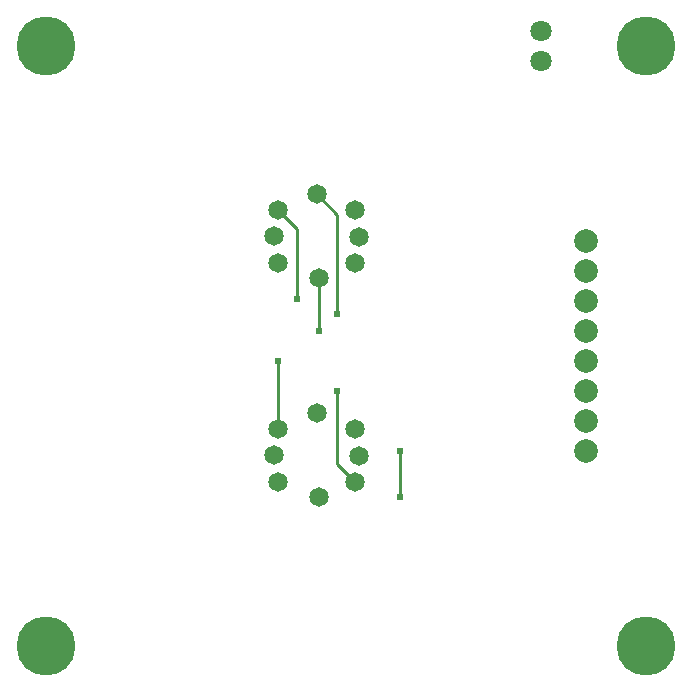
<source format=gbl>
G04 Layer: BottomLayer*
G04 EasyEDA v6.5.32, 2023-07-25 14:04:49*
G04 8e188c12afc0457c9e824fecad8258c0,5a6b42c53f6a479593ecc07194224c93,10*
G04 Gerber Generator version 0.2*
G04 Scale: 100 percent, Rotated: No, Reflected: No *
G04 Dimensions in millimeters *
G04 leading zeros omitted , absolute positions ,4 integer and 5 decimal *
%FSLAX45Y45*%
%MOMM*%

%ADD10C,0.2540*%
%ADD11C,1.6500*%
%ADD12C,5.0000*%
%ADD13C,2.0000*%
%ADD14C,1.8000*%
%ADD15C,0.6096*%

%LPD*%
D10*
X3378179Y2029200D02*
G01*
X3378179Y1638297D01*
X2844792Y4031881D02*
G01*
X2672189Y4204479D01*
X2844792Y3187692D02*
G01*
X2844792Y4031881D01*
X2692379Y3045200D02*
G01*
X2692379Y3492492D01*
X2347173Y2791200D02*
G01*
X2347173Y2215304D01*
X2501894Y3314692D02*
G01*
X2501894Y3914805D01*
X2347188Y4069511D01*
X2844794Y2539994D02*
G01*
X2844794Y1917705D01*
X2997200Y1765300D01*
D11*
G01*
X2997200Y3619500D03*
G01*
X2347188Y3619500D03*
G01*
X2997200Y4069511D03*
G01*
X2347188Y4069511D03*
G01*
X2672206Y4204487D03*
G01*
X3032201Y3844493D03*
G01*
X2692400Y3492500D03*
G01*
X2311400Y3848100D03*
G01*
X2997200Y1765300D03*
G01*
X2347188Y1765300D03*
G01*
X2997200Y2215311D03*
G01*
X2347188Y2215311D03*
G01*
X2672206Y2350287D03*
G01*
X3032201Y1990293D03*
G01*
X2692400Y1638300D03*
G01*
X2311400Y1993900D03*
D12*
G01*
X381000Y5461000D03*
G01*
X5461000Y5461000D03*
G01*
X5461000Y381000D03*
G01*
X381000Y381000D03*
D13*
G01*
X4956581Y2029205D03*
G01*
X4956581Y2283205D03*
G01*
X4956581Y2537205D03*
G01*
X4956581Y2791205D03*
G01*
X4956581Y3045205D03*
G01*
X4956581Y3299205D03*
G01*
X4956581Y3553205D03*
G01*
X4956581Y3807205D03*
D14*
G01*
X4572000Y5334000D03*
G01*
X4572000Y5588000D03*
D15*
G01*
X2347188Y2791205D03*
G01*
X2692400Y3045205D03*
G01*
X2501900Y3314700D03*
G01*
X2844800Y3187700D03*
G01*
X2844800Y2540000D03*
G01*
X3378200Y2029205D03*
G01*
X3378200Y1638300D03*
M02*

</source>
